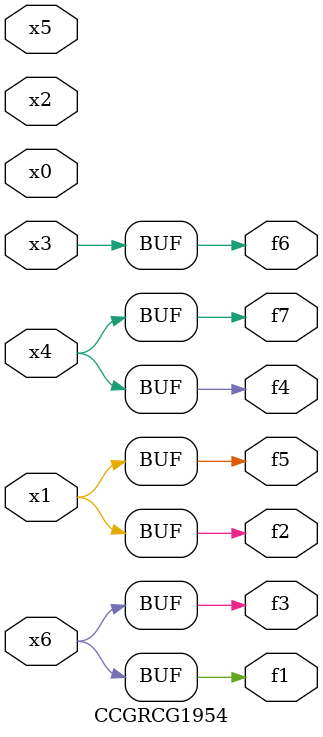
<source format=v>
module CCGRCG1954(
	input x0, x1, x2, x3, x4, x5, x6,
	output f1, f2, f3, f4, f5, f6, f7
);
	assign f1 = x6;
	assign f2 = x1;
	assign f3 = x6;
	assign f4 = x4;
	assign f5 = x1;
	assign f6 = x3;
	assign f7 = x4;
endmodule

</source>
